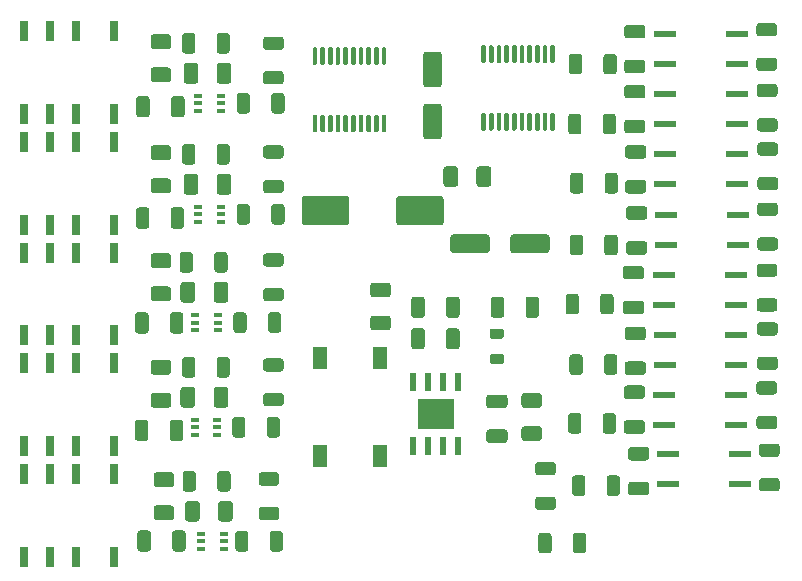
<source format=gbr>
G04 #@! TF.GenerationSoftware,KiCad,Pcbnew,(5.1.9)-1*
G04 #@! TF.CreationDate,2021-06-05T11:28:23-05:00*
G04 #@! TF.ProjectId,RASPBERRY 4 PI HAT,52415350-4245-4525-9259-203420504920,rev?*
G04 #@! TF.SameCoordinates,Original*
G04 #@! TF.FileFunction,Paste,Top*
G04 #@! TF.FilePolarity,Positive*
%FSLAX46Y46*%
G04 Gerber Fmt 4.6, Leading zero omitted, Abs format (unit mm)*
G04 Created by KiCad (PCBNEW (5.1.9)-1) date 2021-06-05 11:28:23*
%MOMM*%
%LPD*%
G01*
G04 APERTURE LIST*
%ADD10R,0.800000X1.800000*%
%ADD11R,0.650000X0.400000*%
%ADD12R,1.200000X1.900000*%
%ADD13R,3.100000X2.600000*%
%ADD14R,0.600000X1.550000*%
%ADD15R,1.930000X0.590000*%
G04 APERTURE END LIST*
G36*
G01*
X146495000Y-104085000D02*
X147745000Y-104085000D01*
G75*
G02*
X147995000Y-104335000I0J-250000D01*
G01*
X147995000Y-105085000D01*
G75*
G02*
X147745000Y-105335000I-250000J0D01*
G01*
X146495000Y-105335000D01*
G75*
G02*
X146245000Y-105085000I0J250000D01*
G01*
X146245000Y-104335000D01*
G75*
G02*
X146495000Y-104085000I250000J0D01*
G01*
G37*
G36*
G01*
X146495000Y-101285000D02*
X147745000Y-101285000D01*
G75*
G02*
X147995000Y-101535000I0J-250000D01*
G01*
X147995000Y-102285000D01*
G75*
G02*
X147745000Y-102535000I-250000J0D01*
G01*
X146495000Y-102535000D01*
G75*
G02*
X146245000Y-102285000I0J250000D01*
G01*
X146245000Y-101535000D01*
G75*
G02*
X146495000Y-101285000I250000J0D01*
G01*
G37*
D10*
X124540000Y-98740000D03*
X121340000Y-98740000D03*
X119140000Y-98740000D03*
X116940000Y-98740000D03*
X116940000Y-105740000D03*
X119140000Y-105740000D03*
X121340000Y-105740000D03*
X124540000Y-105740000D03*
G36*
G01*
X129480000Y-123810001D02*
X129480000Y-122509999D01*
G75*
G02*
X129729999Y-122260000I249999J0D01*
G01*
X130380001Y-122260000D01*
G75*
G02*
X130630000Y-122509999I0J-249999D01*
G01*
X130630000Y-123810001D01*
G75*
G02*
X130380001Y-124060000I-249999J0D01*
G01*
X129729999Y-124060000D01*
G75*
G02*
X129480000Y-123810001I0J249999D01*
G01*
G37*
G36*
G01*
X126530000Y-123810001D02*
X126530000Y-122509999D01*
G75*
G02*
X126779999Y-122260000I249999J0D01*
G01*
X127430001Y-122260000D01*
G75*
G02*
X127680000Y-122509999I0J-249999D01*
G01*
X127680000Y-123810001D01*
G75*
G02*
X127430001Y-124060000I-249999J0D01*
G01*
X126779999Y-124060000D01*
G75*
G02*
X126530000Y-123810001I0J249999D01*
G01*
G37*
G36*
G01*
X129280000Y-105350001D02*
X129280000Y-104049999D01*
G75*
G02*
X129529999Y-103800000I249999J0D01*
G01*
X130180001Y-103800000D01*
G75*
G02*
X130430000Y-104049999I0J-249999D01*
G01*
X130430000Y-105350001D01*
G75*
G02*
X130180001Y-105600000I-249999J0D01*
G01*
X129529999Y-105600000D01*
G75*
G02*
X129280000Y-105350001I0J249999D01*
G01*
G37*
G36*
G01*
X126330000Y-105350001D02*
X126330000Y-104049999D01*
G75*
G02*
X126579999Y-103800000I249999J0D01*
G01*
X127230001Y-103800000D01*
G75*
G02*
X127480000Y-104049999I0J-249999D01*
G01*
X127480000Y-105350001D01*
G75*
G02*
X127230001Y-105600000I-249999J0D01*
G01*
X126579999Y-105600000D01*
G75*
G02*
X126330000Y-105350001I0J249999D01*
G01*
G37*
G36*
G01*
X129380000Y-87050001D02*
X129380000Y-85749999D01*
G75*
G02*
X129629999Y-85500000I249999J0D01*
G01*
X130280001Y-85500000D01*
G75*
G02*
X130530000Y-85749999I0J-249999D01*
G01*
X130530000Y-87050001D01*
G75*
G02*
X130280001Y-87300000I-249999J0D01*
G01*
X129629999Y-87300000D01*
G75*
G02*
X129380000Y-87050001I0J249999D01*
G01*
G37*
G36*
G01*
X126430000Y-87050001D02*
X126430000Y-85749999D01*
G75*
G02*
X126679999Y-85500000I249999J0D01*
G01*
X127330001Y-85500000D01*
G75*
G02*
X127580000Y-85749999I0J-249999D01*
G01*
X127580000Y-87050001D01*
G75*
G02*
X127330001Y-87300000I-249999J0D01*
G01*
X126679999Y-87300000D01*
G75*
G02*
X126430000Y-87050001I0J249999D01*
G01*
G37*
G36*
G01*
X129350000Y-96470001D02*
X129350000Y-95169999D01*
G75*
G02*
X129599999Y-94920000I249999J0D01*
G01*
X130250001Y-94920000D01*
G75*
G02*
X130500000Y-95169999I0J-249999D01*
G01*
X130500000Y-96470001D01*
G75*
G02*
X130250001Y-96720000I-249999J0D01*
G01*
X129599999Y-96720000D01*
G75*
G02*
X129350000Y-96470001I0J249999D01*
G01*
G37*
G36*
G01*
X126400000Y-96470001D02*
X126400000Y-95169999D01*
G75*
G02*
X126649999Y-94920000I249999J0D01*
G01*
X127300001Y-94920000D01*
G75*
G02*
X127550000Y-95169999I0J-249999D01*
G01*
X127550000Y-96470001D01*
G75*
G02*
X127300001Y-96720000I-249999J0D01*
G01*
X126649999Y-96720000D01*
G75*
G02*
X126400000Y-96470001I0J249999D01*
G01*
G37*
G36*
G01*
X129270000Y-114450001D02*
X129270000Y-113149999D01*
G75*
G02*
X129519999Y-112900000I249999J0D01*
G01*
X130170001Y-112900000D01*
G75*
G02*
X130420000Y-113149999I0J-249999D01*
G01*
X130420000Y-114450001D01*
G75*
G02*
X130170001Y-114700000I-249999J0D01*
G01*
X129519999Y-114700000D01*
G75*
G02*
X129270000Y-114450001I0J249999D01*
G01*
G37*
G36*
G01*
X126320000Y-114450001D02*
X126320000Y-113149999D01*
G75*
G02*
X126569999Y-112900000I249999J0D01*
G01*
X127220001Y-112900000D01*
G75*
G02*
X127470000Y-113149999I0J-249999D01*
G01*
X127470000Y-114450001D01*
G75*
G02*
X127220001Y-114700000I-249999J0D01*
G01*
X126569999Y-114700000D01*
G75*
G02*
X126320000Y-114450001I0J249999D01*
G01*
G37*
G36*
G01*
X148460000Y-96190000D02*
X148460000Y-94190000D01*
G75*
G02*
X148710000Y-93940000I250000J0D01*
G01*
X152210000Y-93940000D01*
G75*
G02*
X152460000Y-94190000I0J-250000D01*
G01*
X152460000Y-96190000D01*
G75*
G02*
X152210000Y-96440000I-250000J0D01*
G01*
X148710000Y-96440000D01*
G75*
G02*
X148460000Y-96190000I0J250000D01*
G01*
G37*
G36*
G01*
X140460000Y-96190000D02*
X140460000Y-94190000D01*
G75*
G02*
X140710000Y-93940000I250000J0D01*
G01*
X144210000Y-93940000D01*
G75*
G02*
X144460000Y-94190000I0J-250000D01*
G01*
X144460000Y-96190000D01*
G75*
G02*
X144210000Y-96440000I-250000J0D01*
G01*
X140710000Y-96440000D01*
G75*
G02*
X140460000Y-96190000I0J250000D01*
G01*
G37*
G36*
G01*
X158105000Y-98550000D02*
X158105000Y-97450000D01*
G75*
G02*
X158355000Y-97200000I250000J0D01*
G01*
X161180000Y-97200000D01*
G75*
G02*
X161430000Y-97450000I0J-250000D01*
G01*
X161430000Y-98550000D01*
G75*
G02*
X161180000Y-98800000I-250000J0D01*
G01*
X158355000Y-98800000D01*
G75*
G02*
X158105000Y-98550000I0J250000D01*
G01*
G37*
G36*
G01*
X153030000Y-98550000D02*
X153030000Y-97450000D01*
G75*
G02*
X153280000Y-97200000I250000J0D01*
G01*
X156105000Y-97200000D01*
G75*
G02*
X156355000Y-97450000I0J-250000D01*
G01*
X156355000Y-98550000D01*
G75*
G02*
X156105000Y-98800000I-250000J0D01*
G01*
X153280000Y-98800000D01*
G75*
G02*
X153030000Y-98550000I0J250000D01*
G01*
G37*
G36*
G01*
X166072500Y-98725003D02*
X166072500Y-97474997D01*
G75*
G02*
X166322497Y-97225000I249997J0D01*
G01*
X166947503Y-97225000D01*
G75*
G02*
X167197500Y-97474997I0J-249997D01*
G01*
X167197500Y-98725003D01*
G75*
G02*
X166947503Y-98975000I-249997J0D01*
G01*
X166322497Y-98975000D01*
G75*
G02*
X166072500Y-98725003I0J249997D01*
G01*
G37*
G36*
G01*
X163147500Y-98725003D02*
X163147500Y-97474997D01*
G75*
G02*
X163397497Y-97225000I249997J0D01*
G01*
X164022503Y-97225000D01*
G75*
G02*
X164272500Y-97474997I0J-249997D01*
G01*
X164272500Y-98725003D01*
G75*
G02*
X164022503Y-98975000I-249997J0D01*
G01*
X163397497Y-98975000D01*
G75*
G02*
X163147500Y-98725003I0J249997D01*
G01*
G37*
G36*
G01*
X147315000Y-87095000D02*
X147515000Y-87095000D01*
G75*
G02*
X147615000Y-87195000I0J-100000D01*
G01*
X147615000Y-88470000D01*
G75*
G02*
X147515000Y-88570000I-100000J0D01*
G01*
X147315000Y-88570000D01*
G75*
G02*
X147215000Y-88470000I0J100000D01*
G01*
X147215000Y-87195000D01*
G75*
G02*
X147315000Y-87095000I100000J0D01*
G01*
G37*
G36*
G01*
X146665000Y-87095000D02*
X146865000Y-87095000D01*
G75*
G02*
X146965000Y-87195000I0J-100000D01*
G01*
X146965000Y-88470000D01*
G75*
G02*
X146865000Y-88570000I-100000J0D01*
G01*
X146665000Y-88570000D01*
G75*
G02*
X146565000Y-88470000I0J100000D01*
G01*
X146565000Y-87195000D01*
G75*
G02*
X146665000Y-87095000I100000J0D01*
G01*
G37*
G36*
G01*
X146015000Y-87095000D02*
X146215000Y-87095000D01*
G75*
G02*
X146315000Y-87195000I0J-100000D01*
G01*
X146315000Y-88470000D01*
G75*
G02*
X146215000Y-88570000I-100000J0D01*
G01*
X146015000Y-88570000D01*
G75*
G02*
X145915000Y-88470000I0J100000D01*
G01*
X145915000Y-87195000D01*
G75*
G02*
X146015000Y-87095000I100000J0D01*
G01*
G37*
G36*
G01*
X145365000Y-87095000D02*
X145565000Y-87095000D01*
G75*
G02*
X145665000Y-87195000I0J-100000D01*
G01*
X145665000Y-88470000D01*
G75*
G02*
X145565000Y-88570000I-100000J0D01*
G01*
X145365000Y-88570000D01*
G75*
G02*
X145265000Y-88470000I0J100000D01*
G01*
X145265000Y-87195000D01*
G75*
G02*
X145365000Y-87095000I100000J0D01*
G01*
G37*
G36*
G01*
X144715000Y-87095000D02*
X144915000Y-87095000D01*
G75*
G02*
X145015000Y-87195000I0J-100000D01*
G01*
X145015000Y-88470000D01*
G75*
G02*
X144915000Y-88570000I-100000J0D01*
G01*
X144715000Y-88570000D01*
G75*
G02*
X144615000Y-88470000I0J100000D01*
G01*
X144615000Y-87195000D01*
G75*
G02*
X144715000Y-87095000I100000J0D01*
G01*
G37*
G36*
G01*
X144065000Y-87095000D02*
X144265000Y-87095000D01*
G75*
G02*
X144365000Y-87195000I0J-100000D01*
G01*
X144365000Y-88470000D01*
G75*
G02*
X144265000Y-88570000I-100000J0D01*
G01*
X144065000Y-88570000D01*
G75*
G02*
X143965000Y-88470000I0J100000D01*
G01*
X143965000Y-87195000D01*
G75*
G02*
X144065000Y-87095000I100000J0D01*
G01*
G37*
G36*
G01*
X143415000Y-87095000D02*
X143615000Y-87095000D01*
G75*
G02*
X143715000Y-87195000I0J-100000D01*
G01*
X143715000Y-88470000D01*
G75*
G02*
X143615000Y-88570000I-100000J0D01*
G01*
X143415000Y-88570000D01*
G75*
G02*
X143315000Y-88470000I0J100000D01*
G01*
X143315000Y-87195000D01*
G75*
G02*
X143415000Y-87095000I100000J0D01*
G01*
G37*
G36*
G01*
X142765000Y-87095000D02*
X142965000Y-87095000D01*
G75*
G02*
X143065000Y-87195000I0J-100000D01*
G01*
X143065000Y-88470000D01*
G75*
G02*
X142965000Y-88570000I-100000J0D01*
G01*
X142765000Y-88570000D01*
G75*
G02*
X142665000Y-88470000I0J100000D01*
G01*
X142665000Y-87195000D01*
G75*
G02*
X142765000Y-87095000I100000J0D01*
G01*
G37*
G36*
G01*
X142115000Y-87095000D02*
X142315000Y-87095000D01*
G75*
G02*
X142415000Y-87195000I0J-100000D01*
G01*
X142415000Y-88470000D01*
G75*
G02*
X142315000Y-88570000I-100000J0D01*
G01*
X142115000Y-88570000D01*
G75*
G02*
X142015000Y-88470000I0J100000D01*
G01*
X142015000Y-87195000D01*
G75*
G02*
X142115000Y-87095000I100000J0D01*
G01*
G37*
G36*
G01*
X141465000Y-87095000D02*
X141665000Y-87095000D01*
G75*
G02*
X141765000Y-87195000I0J-100000D01*
G01*
X141765000Y-88470000D01*
G75*
G02*
X141665000Y-88570000I-100000J0D01*
G01*
X141465000Y-88570000D01*
G75*
G02*
X141365000Y-88470000I0J100000D01*
G01*
X141365000Y-87195000D01*
G75*
G02*
X141465000Y-87095000I100000J0D01*
G01*
G37*
G36*
G01*
X141465000Y-81370000D02*
X141665000Y-81370000D01*
G75*
G02*
X141765000Y-81470000I0J-100000D01*
G01*
X141765000Y-82745000D01*
G75*
G02*
X141665000Y-82845000I-100000J0D01*
G01*
X141465000Y-82845000D01*
G75*
G02*
X141365000Y-82745000I0J100000D01*
G01*
X141365000Y-81470000D01*
G75*
G02*
X141465000Y-81370000I100000J0D01*
G01*
G37*
G36*
G01*
X142115000Y-81370000D02*
X142315000Y-81370000D01*
G75*
G02*
X142415000Y-81470000I0J-100000D01*
G01*
X142415000Y-82745000D01*
G75*
G02*
X142315000Y-82845000I-100000J0D01*
G01*
X142115000Y-82845000D01*
G75*
G02*
X142015000Y-82745000I0J100000D01*
G01*
X142015000Y-81470000D01*
G75*
G02*
X142115000Y-81370000I100000J0D01*
G01*
G37*
G36*
G01*
X142765000Y-81370000D02*
X142965000Y-81370000D01*
G75*
G02*
X143065000Y-81470000I0J-100000D01*
G01*
X143065000Y-82745000D01*
G75*
G02*
X142965000Y-82845000I-100000J0D01*
G01*
X142765000Y-82845000D01*
G75*
G02*
X142665000Y-82745000I0J100000D01*
G01*
X142665000Y-81470000D01*
G75*
G02*
X142765000Y-81370000I100000J0D01*
G01*
G37*
G36*
G01*
X143415000Y-81370000D02*
X143615000Y-81370000D01*
G75*
G02*
X143715000Y-81470000I0J-100000D01*
G01*
X143715000Y-82745000D01*
G75*
G02*
X143615000Y-82845000I-100000J0D01*
G01*
X143415000Y-82845000D01*
G75*
G02*
X143315000Y-82745000I0J100000D01*
G01*
X143315000Y-81470000D01*
G75*
G02*
X143415000Y-81370000I100000J0D01*
G01*
G37*
G36*
G01*
X144065000Y-81370000D02*
X144265000Y-81370000D01*
G75*
G02*
X144365000Y-81470000I0J-100000D01*
G01*
X144365000Y-82745000D01*
G75*
G02*
X144265000Y-82845000I-100000J0D01*
G01*
X144065000Y-82845000D01*
G75*
G02*
X143965000Y-82745000I0J100000D01*
G01*
X143965000Y-81470000D01*
G75*
G02*
X144065000Y-81370000I100000J0D01*
G01*
G37*
G36*
G01*
X144715000Y-81370000D02*
X144915000Y-81370000D01*
G75*
G02*
X145015000Y-81470000I0J-100000D01*
G01*
X145015000Y-82745000D01*
G75*
G02*
X144915000Y-82845000I-100000J0D01*
G01*
X144715000Y-82845000D01*
G75*
G02*
X144615000Y-82745000I0J100000D01*
G01*
X144615000Y-81470000D01*
G75*
G02*
X144715000Y-81370000I100000J0D01*
G01*
G37*
G36*
G01*
X145365000Y-81370000D02*
X145565000Y-81370000D01*
G75*
G02*
X145665000Y-81470000I0J-100000D01*
G01*
X145665000Y-82745000D01*
G75*
G02*
X145565000Y-82845000I-100000J0D01*
G01*
X145365000Y-82845000D01*
G75*
G02*
X145265000Y-82745000I0J100000D01*
G01*
X145265000Y-81470000D01*
G75*
G02*
X145365000Y-81370000I100000J0D01*
G01*
G37*
G36*
G01*
X146015000Y-81370000D02*
X146215000Y-81370000D01*
G75*
G02*
X146315000Y-81470000I0J-100000D01*
G01*
X146315000Y-82745000D01*
G75*
G02*
X146215000Y-82845000I-100000J0D01*
G01*
X146015000Y-82845000D01*
G75*
G02*
X145915000Y-82745000I0J100000D01*
G01*
X145915000Y-81470000D01*
G75*
G02*
X146015000Y-81370000I100000J0D01*
G01*
G37*
G36*
G01*
X146665000Y-81370000D02*
X146865000Y-81370000D01*
G75*
G02*
X146965000Y-81470000I0J-100000D01*
G01*
X146965000Y-82745000D01*
G75*
G02*
X146865000Y-82845000I-100000J0D01*
G01*
X146665000Y-82845000D01*
G75*
G02*
X146565000Y-82745000I0J100000D01*
G01*
X146565000Y-81470000D01*
G75*
G02*
X146665000Y-81370000I100000J0D01*
G01*
G37*
G36*
G01*
X147315000Y-81370000D02*
X147515000Y-81370000D01*
G75*
G02*
X147615000Y-81470000I0J-100000D01*
G01*
X147615000Y-82745000D01*
G75*
G02*
X147515000Y-82845000I-100000J0D01*
G01*
X147315000Y-82845000D01*
G75*
G02*
X147215000Y-82745000I0J100000D01*
G01*
X147215000Y-81470000D01*
G75*
G02*
X147315000Y-81370000I100000J0D01*
G01*
G37*
G36*
G01*
X161595000Y-86935000D02*
X161795000Y-86935000D01*
G75*
G02*
X161895000Y-87035000I0J-100000D01*
G01*
X161895000Y-88310000D01*
G75*
G02*
X161795000Y-88410000I-100000J0D01*
G01*
X161595000Y-88410000D01*
G75*
G02*
X161495000Y-88310000I0J100000D01*
G01*
X161495000Y-87035000D01*
G75*
G02*
X161595000Y-86935000I100000J0D01*
G01*
G37*
G36*
G01*
X160945000Y-86935000D02*
X161145000Y-86935000D01*
G75*
G02*
X161245000Y-87035000I0J-100000D01*
G01*
X161245000Y-88310000D01*
G75*
G02*
X161145000Y-88410000I-100000J0D01*
G01*
X160945000Y-88410000D01*
G75*
G02*
X160845000Y-88310000I0J100000D01*
G01*
X160845000Y-87035000D01*
G75*
G02*
X160945000Y-86935000I100000J0D01*
G01*
G37*
G36*
G01*
X160295000Y-86935000D02*
X160495000Y-86935000D01*
G75*
G02*
X160595000Y-87035000I0J-100000D01*
G01*
X160595000Y-88310000D01*
G75*
G02*
X160495000Y-88410000I-100000J0D01*
G01*
X160295000Y-88410000D01*
G75*
G02*
X160195000Y-88310000I0J100000D01*
G01*
X160195000Y-87035000D01*
G75*
G02*
X160295000Y-86935000I100000J0D01*
G01*
G37*
G36*
G01*
X159645000Y-86935000D02*
X159845000Y-86935000D01*
G75*
G02*
X159945000Y-87035000I0J-100000D01*
G01*
X159945000Y-88310000D01*
G75*
G02*
X159845000Y-88410000I-100000J0D01*
G01*
X159645000Y-88410000D01*
G75*
G02*
X159545000Y-88310000I0J100000D01*
G01*
X159545000Y-87035000D01*
G75*
G02*
X159645000Y-86935000I100000J0D01*
G01*
G37*
G36*
G01*
X158995000Y-86935000D02*
X159195000Y-86935000D01*
G75*
G02*
X159295000Y-87035000I0J-100000D01*
G01*
X159295000Y-88310000D01*
G75*
G02*
X159195000Y-88410000I-100000J0D01*
G01*
X158995000Y-88410000D01*
G75*
G02*
X158895000Y-88310000I0J100000D01*
G01*
X158895000Y-87035000D01*
G75*
G02*
X158995000Y-86935000I100000J0D01*
G01*
G37*
G36*
G01*
X158345000Y-86935000D02*
X158545000Y-86935000D01*
G75*
G02*
X158645000Y-87035000I0J-100000D01*
G01*
X158645000Y-88310000D01*
G75*
G02*
X158545000Y-88410000I-100000J0D01*
G01*
X158345000Y-88410000D01*
G75*
G02*
X158245000Y-88310000I0J100000D01*
G01*
X158245000Y-87035000D01*
G75*
G02*
X158345000Y-86935000I100000J0D01*
G01*
G37*
G36*
G01*
X157695000Y-86935000D02*
X157895000Y-86935000D01*
G75*
G02*
X157995000Y-87035000I0J-100000D01*
G01*
X157995000Y-88310000D01*
G75*
G02*
X157895000Y-88410000I-100000J0D01*
G01*
X157695000Y-88410000D01*
G75*
G02*
X157595000Y-88310000I0J100000D01*
G01*
X157595000Y-87035000D01*
G75*
G02*
X157695000Y-86935000I100000J0D01*
G01*
G37*
G36*
G01*
X157045000Y-86935000D02*
X157245000Y-86935000D01*
G75*
G02*
X157345000Y-87035000I0J-100000D01*
G01*
X157345000Y-88310000D01*
G75*
G02*
X157245000Y-88410000I-100000J0D01*
G01*
X157045000Y-88410000D01*
G75*
G02*
X156945000Y-88310000I0J100000D01*
G01*
X156945000Y-87035000D01*
G75*
G02*
X157045000Y-86935000I100000J0D01*
G01*
G37*
G36*
G01*
X156395000Y-86935000D02*
X156595000Y-86935000D01*
G75*
G02*
X156695000Y-87035000I0J-100000D01*
G01*
X156695000Y-88310000D01*
G75*
G02*
X156595000Y-88410000I-100000J0D01*
G01*
X156395000Y-88410000D01*
G75*
G02*
X156295000Y-88310000I0J100000D01*
G01*
X156295000Y-87035000D01*
G75*
G02*
X156395000Y-86935000I100000J0D01*
G01*
G37*
G36*
G01*
X155745000Y-86935000D02*
X155945000Y-86935000D01*
G75*
G02*
X156045000Y-87035000I0J-100000D01*
G01*
X156045000Y-88310000D01*
G75*
G02*
X155945000Y-88410000I-100000J0D01*
G01*
X155745000Y-88410000D01*
G75*
G02*
X155645000Y-88310000I0J100000D01*
G01*
X155645000Y-87035000D01*
G75*
G02*
X155745000Y-86935000I100000J0D01*
G01*
G37*
G36*
G01*
X155745000Y-81210000D02*
X155945000Y-81210000D01*
G75*
G02*
X156045000Y-81310000I0J-100000D01*
G01*
X156045000Y-82585000D01*
G75*
G02*
X155945000Y-82685000I-100000J0D01*
G01*
X155745000Y-82685000D01*
G75*
G02*
X155645000Y-82585000I0J100000D01*
G01*
X155645000Y-81310000D01*
G75*
G02*
X155745000Y-81210000I100000J0D01*
G01*
G37*
G36*
G01*
X156395000Y-81210000D02*
X156595000Y-81210000D01*
G75*
G02*
X156695000Y-81310000I0J-100000D01*
G01*
X156695000Y-82585000D01*
G75*
G02*
X156595000Y-82685000I-100000J0D01*
G01*
X156395000Y-82685000D01*
G75*
G02*
X156295000Y-82585000I0J100000D01*
G01*
X156295000Y-81310000D01*
G75*
G02*
X156395000Y-81210000I100000J0D01*
G01*
G37*
G36*
G01*
X157045000Y-81210000D02*
X157245000Y-81210000D01*
G75*
G02*
X157345000Y-81310000I0J-100000D01*
G01*
X157345000Y-82585000D01*
G75*
G02*
X157245000Y-82685000I-100000J0D01*
G01*
X157045000Y-82685000D01*
G75*
G02*
X156945000Y-82585000I0J100000D01*
G01*
X156945000Y-81310000D01*
G75*
G02*
X157045000Y-81210000I100000J0D01*
G01*
G37*
G36*
G01*
X157695000Y-81210000D02*
X157895000Y-81210000D01*
G75*
G02*
X157995000Y-81310000I0J-100000D01*
G01*
X157995000Y-82585000D01*
G75*
G02*
X157895000Y-82685000I-100000J0D01*
G01*
X157695000Y-82685000D01*
G75*
G02*
X157595000Y-82585000I0J100000D01*
G01*
X157595000Y-81310000D01*
G75*
G02*
X157695000Y-81210000I100000J0D01*
G01*
G37*
G36*
G01*
X158345000Y-81210000D02*
X158545000Y-81210000D01*
G75*
G02*
X158645000Y-81310000I0J-100000D01*
G01*
X158645000Y-82585000D01*
G75*
G02*
X158545000Y-82685000I-100000J0D01*
G01*
X158345000Y-82685000D01*
G75*
G02*
X158245000Y-82585000I0J100000D01*
G01*
X158245000Y-81310000D01*
G75*
G02*
X158345000Y-81210000I100000J0D01*
G01*
G37*
G36*
G01*
X158995000Y-81210000D02*
X159195000Y-81210000D01*
G75*
G02*
X159295000Y-81310000I0J-100000D01*
G01*
X159295000Y-82585000D01*
G75*
G02*
X159195000Y-82685000I-100000J0D01*
G01*
X158995000Y-82685000D01*
G75*
G02*
X158895000Y-82585000I0J100000D01*
G01*
X158895000Y-81310000D01*
G75*
G02*
X158995000Y-81210000I100000J0D01*
G01*
G37*
G36*
G01*
X159645000Y-81210000D02*
X159845000Y-81210000D01*
G75*
G02*
X159945000Y-81310000I0J-100000D01*
G01*
X159945000Y-82585000D01*
G75*
G02*
X159845000Y-82685000I-100000J0D01*
G01*
X159645000Y-82685000D01*
G75*
G02*
X159545000Y-82585000I0J100000D01*
G01*
X159545000Y-81310000D01*
G75*
G02*
X159645000Y-81210000I100000J0D01*
G01*
G37*
G36*
G01*
X160295000Y-81210000D02*
X160495000Y-81210000D01*
G75*
G02*
X160595000Y-81310000I0J-100000D01*
G01*
X160595000Y-82585000D01*
G75*
G02*
X160495000Y-82685000I-100000J0D01*
G01*
X160295000Y-82685000D01*
G75*
G02*
X160195000Y-82585000I0J100000D01*
G01*
X160195000Y-81310000D01*
G75*
G02*
X160295000Y-81210000I100000J0D01*
G01*
G37*
G36*
G01*
X160945000Y-81210000D02*
X161145000Y-81210000D01*
G75*
G02*
X161245000Y-81310000I0J-100000D01*
G01*
X161245000Y-82585000D01*
G75*
G02*
X161145000Y-82685000I-100000J0D01*
G01*
X160945000Y-82685000D01*
G75*
G02*
X160845000Y-82585000I0J100000D01*
G01*
X160845000Y-81310000D01*
G75*
G02*
X160945000Y-81210000I100000J0D01*
G01*
G37*
G36*
G01*
X161595000Y-81210000D02*
X161795000Y-81210000D01*
G75*
G02*
X161895000Y-81310000I0J-100000D01*
G01*
X161895000Y-82585000D01*
G75*
G02*
X161795000Y-82685000I-100000J0D01*
G01*
X161595000Y-82685000D01*
G75*
G02*
X161495000Y-82585000I0J100000D01*
G01*
X161495000Y-81310000D01*
G75*
G02*
X161595000Y-81210000I100000J0D01*
G01*
G37*
X124560000Y-117480000D03*
X121360000Y-117480000D03*
X119160000Y-117480000D03*
X116960000Y-117480000D03*
X116960000Y-124480000D03*
X119160000Y-124480000D03*
X121360000Y-124480000D03*
X124560000Y-124480000D03*
X124560000Y-108100000D03*
X121360000Y-108100000D03*
X119160000Y-108100000D03*
X116960000Y-108100000D03*
X116960000Y-115100000D03*
X119160000Y-115100000D03*
X121360000Y-115100000D03*
X124560000Y-115100000D03*
X124530000Y-89390000D03*
X121330000Y-89390000D03*
X119130000Y-89390000D03*
X116930000Y-89390000D03*
X116930000Y-96390000D03*
X119130000Y-96390000D03*
X121330000Y-96390000D03*
X124530000Y-96390000D03*
X124520000Y-80010000D03*
X121320000Y-80010000D03*
X119120000Y-80010000D03*
X116920000Y-80010000D03*
X116920000Y-87010000D03*
X119120000Y-87010000D03*
X121320000Y-87010000D03*
X124520000Y-87010000D03*
G36*
G01*
X152070000Y-84750000D02*
X150970000Y-84750000D01*
G75*
G02*
X150720000Y-84500000I0J250000D01*
G01*
X150720000Y-82000000D01*
G75*
G02*
X150970000Y-81750000I250000J0D01*
G01*
X152070000Y-81750000D01*
G75*
G02*
X152320000Y-82000000I0J-250000D01*
G01*
X152320000Y-84500000D01*
G75*
G02*
X152070000Y-84750000I-250000J0D01*
G01*
G37*
G36*
G01*
X152070000Y-89150000D02*
X150970000Y-89150000D01*
G75*
G02*
X150720000Y-88900000I0J250000D01*
G01*
X150720000Y-86400000D01*
G75*
G02*
X150970000Y-86150000I250000J0D01*
G01*
X152070000Y-86150000D01*
G75*
G02*
X152320000Y-86400000I0J-250000D01*
G01*
X152320000Y-88900000D01*
G75*
G02*
X152070000Y-89150000I-250000J0D01*
G01*
G37*
G36*
G01*
X135782500Y-104044997D02*
X135782500Y-105295003D01*
G75*
G02*
X135532503Y-105545000I-249997J0D01*
G01*
X134907497Y-105545000D01*
G75*
G02*
X134657500Y-105295003I0J249997D01*
G01*
X134657500Y-104044997D01*
G75*
G02*
X134907497Y-103795000I249997J0D01*
G01*
X135532503Y-103795000D01*
G75*
G02*
X135782500Y-104044997I0J-249997D01*
G01*
G37*
G36*
G01*
X138707500Y-104044997D02*
X138707500Y-105295003D01*
G75*
G02*
X138457503Y-105545000I-249997J0D01*
G01*
X137832497Y-105545000D01*
G75*
G02*
X137582500Y-105295003I0J249997D01*
G01*
X137582500Y-104044997D01*
G75*
G02*
X137832497Y-103795000I249997J0D01*
G01*
X138457503Y-103795000D01*
G75*
G02*
X138707500Y-104044997I0J-249997D01*
G01*
G37*
D11*
X131420000Y-105340000D03*
X131420000Y-104040000D03*
X133320000Y-104690000D03*
X131420000Y-104690000D03*
X133320000Y-104040000D03*
X133320000Y-105340000D03*
D12*
X141986000Y-107696000D03*
X147086000Y-107696000D03*
X141986000Y-115946000D03*
X147086000Y-115946000D03*
G36*
G01*
X169298001Y-80620000D02*
X167997999Y-80620000D01*
G75*
G02*
X167748000Y-80370001I0J249999D01*
G01*
X167748000Y-79719999D01*
G75*
G02*
X167997999Y-79470000I249999J0D01*
G01*
X169298001Y-79470000D01*
G75*
G02*
X169548000Y-79719999I0J-249999D01*
G01*
X169548000Y-80370001D01*
G75*
G02*
X169298001Y-80620000I-249999J0D01*
G01*
G37*
G36*
G01*
X169298001Y-83570000D02*
X167997999Y-83570000D01*
G75*
G02*
X167748000Y-83320001I0J249999D01*
G01*
X167748000Y-82669999D01*
G75*
G02*
X167997999Y-82420000I249999J0D01*
G01*
X169298001Y-82420000D01*
G75*
G02*
X169548000Y-82669999I0J-249999D01*
G01*
X169548000Y-83320001D01*
G75*
G02*
X169298001Y-83570000I-249999J0D01*
G01*
G37*
G36*
G01*
X169298001Y-88650000D02*
X167997999Y-88650000D01*
G75*
G02*
X167748000Y-88400001I0J249999D01*
G01*
X167748000Y-87749999D01*
G75*
G02*
X167997999Y-87500000I249999J0D01*
G01*
X169298001Y-87500000D01*
G75*
G02*
X169548000Y-87749999I0J-249999D01*
G01*
X169548000Y-88400001D01*
G75*
G02*
X169298001Y-88650000I-249999J0D01*
G01*
G37*
G36*
G01*
X169298001Y-85700000D02*
X167997999Y-85700000D01*
G75*
G02*
X167748000Y-85450001I0J249999D01*
G01*
X167748000Y-84799999D01*
G75*
G02*
X167997999Y-84550000I249999J0D01*
G01*
X169298001Y-84550000D01*
G75*
G02*
X169548000Y-84799999I0J-249999D01*
G01*
X169548000Y-85450001D01*
G75*
G02*
X169298001Y-85700000I-249999J0D01*
G01*
G37*
G36*
G01*
X169370001Y-90795000D02*
X168069999Y-90795000D01*
G75*
G02*
X167820000Y-90545001I0J249999D01*
G01*
X167820000Y-89894999D01*
G75*
G02*
X168069999Y-89645000I249999J0D01*
G01*
X169370001Y-89645000D01*
G75*
G02*
X169620000Y-89894999I0J-249999D01*
G01*
X169620000Y-90545001D01*
G75*
G02*
X169370001Y-90795000I-249999J0D01*
G01*
G37*
G36*
G01*
X169370001Y-93745000D02*
X168069999Y-93745000D01*
G75*
G02*
X167820000Y-93495001I0J249999D01*
G01*
X167820000Y-92844999D01*
G75*
G02*
X168069999Y-92595000I249999J0D01*
G01*
X169370001Y-92595000D01*
G75*
G02*
X169620000Y-92844999I0J-249999D01*
G01*
X169620000Y-93495001D01*
G75*
G02*
X169370001Y-93745000I-249999J0D01*
G01*
G37*
G36*
G01*
X169450001Y-95975000D02*
X168149999Y-95975000D01*
G75*
G02*
X167900000Y-95725001I0J249999D01*
G01*
X167900000Y-95074999D01*
G75*
G02*
X168149999Y-94825000I249999J0D01*
G01*
X169450001Y-94825000D01*
G75*
G02*
X169700000Y-95074999I0J-249999D01*
G01*
X169700000Y-95725001D01*
G75*
G02*
X169450001Y-95975000I-249999J0D01*
G01*
G37*
G36*
G01*
X169450001Y-98925000D02*
X168149999Y-98925000D01*
G75*
G02*
X167900000Y-98675001I0J249999D01*
G01*
X167900000Y-98024999D01*
G75*
G02*
X168149999Y-97775000I249999J0D01*
G01*
X169450001Y-97775000D01*
G75*
G02*
X169700000Y-98024999I0J-249999D01*
G01*
X169700000Y-98675001D01*
G75*
G02*
X169450001Y-98925000I-249999J0D01*
G01*
G37*
G36*
G01*
X169180001Y-103975000D02*
X167879999Y-103975000D01*
G75*
G02*
X167630000Y-103725001I0J249999D01*
G01*
X167630000Y-103074999D01*
G75*
G02*
X167879999Y-102825000I249999J0D01*
G01*
X169180001Y-102825000D01*
G75*
G02*
X169430000Y-103074999I0J-249999D01*
G01*
X169430000Y-103725001D01*
G75*
G02*
X169180001Y-103975000I-249999J0D01*
G01*
G37*
G36*
G01*
X169180001Y-101025000D02*
X167879999Y-101025000D01*
G75*
G02*
X167630000Y-100775001I0J249999D01*
G01*
X167630000Y-100124999D01*
G75*
G02*
X167879999Y-99875000I249999J0D01*
G01*
X169180001Y-99875000D01*
G75*
G02*
X169430000Y-100124999I0J-249999D01*
G01*
X169430000Y-100775001D01*
G75*
G02*
X169180001Y-101025000I-249999J0D01*
G01*
G37*
G36*
G01*
X169340001Y-109115000D02*
X168039999Y-109115000D01*
G75*
G02*
X167790000Y-108865001I0J249999D01*
G01*
X167790000Y-108214999D01*
G75*
G02*
X168039999Y-107965000I249999J0D01*
G01*
X169340001Y-107965000D01*
G75*
G02*
X169590000Y-108214999I0J-249999D01*
G01*
X169590000Y-108865001D01*
G75*
G02*
X169340001Y-109115000I-249999J0D01*
G01*
G37*
G36*
G01*
X169340001Y-106165000D02*
X168039999Y-106165000D01*
G75*
G02*
X167790000Y-105915001I0J249999D01*
G01*
X167790000Y-105264999D01*
G75*
G02*
X168039999Y-105015000I249999J0D01*
G01*
X169340001Y-105015000D01*
G75*
G02*
X169590000Y-105264999I0J-249999D01*
G01*
X169590000Y-105915001D01*
G75*
G02*
X169340001Y-106165000I-249999J0D01*
G01*
G37*
G36*
G01*
X169260001Y-114095000D02*
X167959999Y-114095000D01*
G75*
G02*
X167710000Y-113845001I0J249999D01*
G01*
X167710000Y-113194999D01*
G75*
G02*
X167959999Y-112945000I249999J0D01*
G01*
X169260001Y-112945000D01*
G75*
G02*
X169510000Y-113194999I0J-249999D01*
G01*
X169510000Y-113845001D01*
G75*
G02*
X169260001Y-114095000I-249999J0D01*
G01*
G37*
G36*
G01*
X169260001Y-111145000D02*
X167959999Y-111145000D01*
G75*
G02*
X167710000Y-110895001I0J249999D01*
G01*
X167710000Y-110244999D01*
G75*
G02*
X167959999Y-109995000I249999J0D01*
G01*
X169260001Y-109995000D01*
G75*
G02*
X169510000Y-110244999I0J-249999D01*
G01*
X169510000Y-110895001D01*
G75*
G02*
X169260001Y-111145000I-249999J0D01*
G01*
G37*
G36*
G01*
X169620001Y-119305000D02*
X168319999Y-119305000D01*
G75*
G02*
X168070000Y-119055001I0J249999D01*
G01*
X168070000Y-118404999D01*
G75*
G02*
X168319999Y-118155000I249999J0D01*
G01*
X169620001Y-118155000D01*
G75*
G02*
X169870000Y-118404999I0J-249999D01*
G01*
X169870000Y-119055001D01*
G75*
G02*
X169620001Y-119305000I-249999J0D01*
G01*
G37*
G36*
G01*
X169620001Y-116355000D02*
X168319999Y-116355000D01*
G75*
G02*
X168070000Y-116105001I0J249999D01*
G01*
X168070000Y-115454999D01*
G75*
G02*
X168319999Y-115205000I249999J0D01*
G01*
X169620001Y-115205000D01*
G75*
G02*
X169870000Y-115454999I0J-249999D01*
G01*
X169870000Y-116105001D01*
G75*
G02*
X169620001Y-116355000I-249999J0D01*
G01*
G37*
G36*
G01*
X152665000Y-104028001D02*
X152665000Y-102727999D01*
G75*
G02*
X152914999Y-102478000I249999J0D01*
G01*
X153565001Y-102478000D01*
G75*
G02*
X153815000Y-102727999I0J-249999D01*
G01*
X153815000Y-104028001D01*
G75*
G02*
X153565001Y-104278000I-249999J0D01*
G01*
X152914999Y-104278000D01*
G75*
G02*
X152665000Y-104028001I0J249999D01*
G01*
G37*
G36*
G01*
X149715000Y-104028001D02*
X149715000Y-102727999D01*
G75*
G02*
X149964999Y-102478000I249999J0D01*
G01*
X150615001Y-102478000D01*
G75*
G02*
X150865000Y-102727999I0J-249999D01*
G01*
X150865000Y-104028001D01*
G75*
G02*
X150615001Y-104278000I-249999J0D01*
G01*
X149964999Y-104278000D01*
G75*
G02*
X149715000Y-104028001I0J249999D01*
G01*
G37*
G36*
G01*
X129149000Y-84321000D02*
X127899000Y-84321000D01*
G75*
G02*
X127649000Y-84071000I0J250000D01*
G01*
X127649000Y-83321000D01*
G75*
G02*
X127899000Y-83071000I250000J0D01*
G01*
X129149000Y-83071000D01*
G75*
G02*
X129399000Y-83321000I0J-250000D01*
G01*
X129399000Y-84071000D01*
G75*
G02*
X129149000Y-84321000I-250000J0D01*
G01*
G37*
G36*
G01*
X129149000Y-81521000D02*
X127899000Y-81521000D01*
G75*
G02*
X127649000Y-81271000I0J250000D01*
G01*
X127649000Y-80521000D01*
G75*
G02*
X127899000Y-80271000I250000J0D01*
G01*
X129149000Y-80271000D01*
G75*
G02*
X129399000Y-80521000I0J-250000D01*
G01*
X129399000Y-81271000D01*
G75*
G02*
X129149000Y-81521000I-250000J0D01*
G01*
G37*
G36*
G01*
X129149000Y-90919000D02*
X127899000Y-90919000D01*
G75*
G02*
X127649000Y-90669000I0J250000D01*
G01*
X127649000Y-89919000D01*
G75*
G02*
X127899000Y-89669000I250000J0D01*
G01*
X129149000Y-89669000D01*
G75*
G02*
X129399000Y-89919000I0J-250000D01*
G01*
X129399000Y-90669000D01*
G75*
G02*
X129149000Y-90919000I-250000J0D01*
G01*
G37*
G36*
G01*
X129149000Y-93719000D02*
X127899000Y-93719000D01*
G75*
G02*
X127649000Y-93469000I0J250000D01*
G01*
X127649000Y-92719000D01*
G75*
G02*
X127899000Y-92469000I250000J0D01*
G01*
X129149000Y-92469000D01*
G75*
G02*
X129399000Y-92719000I0J-250000D01*
G01*
X129399000Y-93469000D01*
G75*
G02*
X129149000Y-93719000I-250000J0D01*
G01*
G37*
G36*
G01*
X129149000Y-111883000D02*
X127899000Y-111883000D01*
G75*
G02*
X127649000Y-111633000I0J250000D01*
G01*
X127649000Y-110883000D01*
G75*
G02*
X127899000Y-110633000I250000J0D01*
G01*
X129149000Y-110633000D01*
G75*
G02*
X129399000Y-110883000I0J-250000D01*
G01*
X129399000Y-111633000D01*
G75*
G02*
X129149000Y-111883000I-250000J0D01*
G01*
G37*
G36*
G01*
X129149000Y-109083000D02*
X127899000Y-109083000D01*
G75*
G02*
X127649000Y-108833000I0J250000D01*
G01*
X127649000Y-108083000D01*
G75*
G02*
X127899000Y-107833000I250000J0D01*
G01*
X129149000Y-107833000D01*
G75*
G02*
X129399000Y-108083000I0J-250000D01*
G01*
X129399000Y-108833000D01*
G75*
G02*
X129149000Y-109083000I-250000J0D01*
G01*
G37*
G36*
G01*
X129403000Y-121405000D02*
X128153000Y-121405000D01*
G75*
G02*
X127903000Y-121155000I0J250000D01*
G01*
X127903000Y-120405000D01*
G75*
G02*
X128153000Y-120155000I250000J0D01*
G01*
X129403000Y-120155000D01*
G75*
G02*
X129653000Y-120405000I0J-250000D01*
G01*
X129653000Y-121155000D01*
G75*
G02*
X129403000Y-121405000I-250000J0D01*
G01*
G37*
G36*
G01*
X129403000Y-118605000D02*
X128153000Y-118605000D01*
G75*
G02*
X127903000Y-118355000I0J250000D01*
G01*
X127903000Y-117605000D01*
G75*
G02*
X128153000Y-117355000I250000J0D01*
G01*
X129403000Y-117355000D01*
G75*
G02*
X129653000Y-117605000I0J-250000D01*
G01*
X129653000Y-118355000D01*
G75*
G02*
X129403000Y-118605000I-250000J0D01*
G01*
G37*
G36*
G01*
X129149000Y-100063000D02*
X127899000Y-100063000D01*
G75*
G02*
X127649000Y-99813000I0J250000D01*
G01*
X127649000Y-99063000D01*
G75*
G02*
X127899000Y-98813000I250000J0D01*
G01*
X129149000Y-98813000D01*
G75*
G02*
X129399000Y-99063000I0J-250000D01*
G01*
X129399000Y-99813000D01*
G75*
G02*
X129149000Y-100063000I-250000J0D01*
G01*
G37*
G36*
G01*
X129149000Y-102863000D02*
X127899000Y-102863000D01*
G75*
G02*
X127649000Y-102613000I0J250000D01*
G01*
X127649000Y-101863000D01*
G75*
G02*
X127899000Y-101613000I250000J0D01*
G01*
X129149000Y-101613000D01*
G75*
G02*
X129399000Y-101863000I0J-250000D01*
G01*
X129399000Y-102613000D01*
G75*
G02*
X129149000Y-102863000I-250000J0D01*
G01*
G37*
G36*
G01*
X152445000Y-92935000D02*
X152445000Y-91685000D01*
G75*
G02*
X152695000Y-91435000I250000J0D01*
G01*
X153445000Y-91435000D01*
G75*
G02*
X153695000Y-91685000I0J-250000D01*
G01*
X153695000Y-92935000D01*
G75*
G02*
X153445000Y-93185000I-250000J0D01*
G01*
X152695000Y-93185000D01*
G75*
G02*
X152445000Y-92935000I0J250000D01*
G01*
G37*
G36*
G01*
X155245000Y-92935000D02*
X155245000Y-91685000D01*
G75*
G02*
X155495000Y-91435000I250000J0D01*
G01*
X156245000Y-91435000D01*
G75*
G02*
X156495000Y-91685000I0J-250000D01*
G01*
X156495000Y-92935000D01*
G75*
G02*
X156245000Y-93185000I-250000J0D01*
G01*
X155495000Y-93185000D01*
G75*
G02*
X155245000Y-92935000I0J250000D01*
G01*
G37*
D11*
X131704000Y-86756000D03*
X131704000Y-85456000D03*
X133604000Y-86106000D03*
X131704000Y-86106000D03*
X133604000Y-85456000D03*
X133604000Y-86756000D03*
X133604000Y-96154000D03*
X133604000Y-94854000D03*
X131704000Y-95504000D03*
X133604000Y-95504000D03*
X131704000Y-94854000D03*
X131704000Y-96154000D03*
X131384000Y-114188000D03*
X131384000Y-112888000D03*
X133284000Y-113538000D03*
X131384000Y-113538000D03*
X133284000Y-112888000D03*
X133284000Y-114188000D03*
X133858000Y-123840000D03*
X133858000Y-122540000D03*
X131958000Y-123190000D03*
X133858000Y-123190000D03*
X131958000Y-122540000D03*
X131958000Y-123840000D03*
G36*
G01*
X179194997Y-79315000D02*
X180445003Y-79315000D01*
G75*
G02*
X180695000Y-79564997I0J-249997D01*
G01*
X180695000Y-80190003D01*
G75*
G02*
X180445003Y-80440000I-249997J0D01*
G01*
X179194997Y-80440000D01*
G75*
G02*
X178945000Y-80190003I0J249997D01*
G01*
X178945000Y-79564997D01*
G75*
G02*
X179194997Y-79315000I249997J0D01*
G01*
G37*
G36*
G01*
X179194997Y-82240000D02*
X180445003Y-82240000D01*
G75*
G02*
X180695000Y-82489997I0J-249997D01*
G01*
X180695000Y-83115003D01*
G75*
G02*
X180445003Y-83365000I-249997J0D01*
G01*
X179194997Y-83365000D01*
G75*
G02*
X178945000Y-83115003I0J249997D01*
G01*
X178945000Y-82489997D01*
G75*
G02*
X179194997Y-82240000I249997J0D01*
G01*
G37*
G36*
G01*
X179234997Y-87380000D02*
X180485003Y-87380000D01*
G75*
G02*
X180735000Y-87629997I0J-249997D01*
G01*
X180735000Y-88255003D01*
G75*
G02*
X180485003Y-88505000I-249997J0D01*
G01*
X179234997Y-88505000D01*
G75*
G02*
X178985000Y-88255003I0J249997D01*
G01*
X178985000Y-87629997D01*
G75*
G02*
X179234997Y-87380000I249997J0D01*
G01*
G37*
G36*
G01*
X179234750Y-84455000D02*
X180485250Y-84455000D01*
G75*
G02*
X180735000Y-84704750I0J-249750D01*
G01*
X180735000Y-85330250D01*
G75*
G02*
X180485250Y-85580000I-249750J0D01*
G01*
X179234750Y-85580000D01*
G75*
G02*
X178985000Y-85330250I0J249750D01*
G01*
X178985000Y-84704750D01*
G75*
G02*
X179234750Y-84455000I249750J0D01*
G01*
G37*
G36*
G01*
X179284750Y-89422500D02*
X180535250Y-89422500D01*
G75*
G02*
X180785000Y-89672250I0J-249750D01*
G01*
X180785000Y-90297750D01*
G75*
G02*
X180535250Y-90547500I-249750J0D01*
G01*
X179284750Y-90547500D01*
G75*
G02*
X179035000Y-90297750I0J249750D01*
G01*
X179035000Y-89672250D01*
G75*
G02*
X179284750Y-89422500I249750J0D01*
G01*
G37*
G36*
G01*
X179284997Y-92347500D02*
X180535003Y-92347500D01*
G75*
G02*
X180785000Y-92597497I0J-249997D01*
G01*
X180785000Y-93222503D01*
G75*
G02*
X180535003Y-93472500I-249997J0D01*
G01*
X179284997Y-93472500D01*
G75*
G02*
X179035000Y-93222503I0J249997D01*
G01*
X179035000Y-92597497D01*
G75*
G02*
X179284997Y-92347500I249997J0D01*
G01*
G37*
G36*
G01*
X179264997Y-97450000D02*
X180515003Y-97450000D01*
G75*
G02*
X180765000Y-97699997I0J-249997D01*
G01*
X180765000Y-98325003D01*
G75*
G02*
X180515003Y-98575000I-249997J0D01*
G01*
X179264997Y-98575000D01*
G75*
G02*
X179015000Y-98325003I0J249997D01*
G01*
X179015000Y-97699997D01*
G75*
G02*
X179264997Y-97450000I249997J0D01*
G01*
G37*
G36*
G01*
X179264750Y-94525000D02*
X180515250Y-94525000D01*
G75*
G02*
X180765000Y-94774750I0J-249750D01*
G01*
X180765000Y-95400250D01*
G75*
G02*
X180515250Y-95650000I-249750J0D01*
G01*
X179264750Y-95650000D01*
G75*
G02*
X179015000Y-95400250I0J249750D01*
G01*
X179015000Y-94774750D01*
G75*
G02*
X179264750Y-94525000I249750J0D01*
G01*
G37*
G36*
G01*
X179214750Y-99685000D02*
X180465250Y-99685000D01*
G75*
G02*
X180715000Y-99934750I0J-249750D01*
G01*
X180715000Y-100560250D01*
G75*
G02*
X180465250Y-100810000I-249750J0D01*
G01*
X179214750Y-100810000D01*
G75*
G02*
X178965000Y-100560250I0J249750D01*
G01*
X178965000Y-99934750D01*
G75*
G02*
X179214750Y-99685000I249750J0D01*
G01*
G37*
G36*
G01*
X179214997Y-102610000D02*
X180465003Y-102610000D01*
G75*
G02*
X180715000Y-102859997I0J-249997D01*
G01*
X180715000Y-103485003D01*
G75*
G02*
X180465003Y-103735000I-249997J0D01*
G01*
X179214997Y-103735000D01*
G75*
G02*
X178965000Y-103485003I0J249997D01*
G01*
X178965000Y-102859997D01*
G75*
G02*
X179214997Y-102610000I249997J0D01*
G01*
G37*
G36*
G01*
X179254997Y-107570000D02*
X180505003Y-107570000D01*
G75*
G02*
X180755000Y-107819997I0J-249997D01*
G01*
X180755000Y-108445003D01*
G75*
G02*
X180505003Y-108695000I-249997J0D01*
G01*
X179254997Y-108695000D01*
G75*
G02*
X179005000Y-108445003I0J249997D01*
G01*
X179005000Y-107819997D01*
G75*
G02*
X179254997Y-107570000I249997J0D01*
G01*
G37*
G36*
G01*
X179254750Y-104645000D02*
X180505250Y-104645000D01*
G75*
G02*
X180755000Y-104894750I0J-249750D01*
G01*
X180755000Y-105520250D01*
G75*
G02*
X180505250Y-105770000I-249750J0D01*
G01*
X179254750Y-105770000D01*
G75*
G02*
X179005000Y-105520250I0J249750D01*
G01*
X179005000Y-104894750D01*
G75*
G02*
X179254750Y-104645000I249750J0D01*
G01*
G37*
G36*
G01*
X179194750Y-109645000D02*
X180445250Y-109645000D01*
G75*
G02*
X180695000Y-109894750I0J-249750D01*
G01*
X180695000Y-110520250D01*
G75*
G02*
X180445250Y-110770000I-249750J0D01*
G01*
X179194750Y-110770000D01*
G75*
G02*
X178945000Y-110520250I0J249750D01*
G01*
X178945000Y-109894750D01*
G75*
G02*
X179194750Y-109645000I249750J0D01*
G01*
G37*
G36*
G01*
X179194997Y-112570000D02*
X180445003Y-112570000D01*
G75*
G02*
X180695000Y-112819997I0J-249997D01*
G01*
X180695000Y-113445003D01*
G75*
G02*
X180445003Y-113695000I-249997J0D01*
G01*
X179194997Y-113695000D01*
G75*
G02*
X178945000Y-113445003I0J249997D01*
G01*
X178945000Y-112819997D01*
G75*
G02*
X179194997Y-112570000I249997J0D01*
G01*
G37*
G36*
G01*
X179414997Y-117840000D02*
X180665003Y-117840000D01*
G75*
G02*
X180915000Y-118089997I0J-249997D01*
G01*
X180915000Y-118715003D01*
G75*
G02*
X180665003Y-118965000I-249997J0D01*
G01*
X179414997Y-118965000D01*
G75*
G02*
X179165000Y-118715003I0J249997D01*
G01*
X179165000Y-118089997D01*
G75*
G02*
X179414997Y-117840000I249997J0D01*
G01*
G37*
G36*
G01*
X179414750Y-114915000D02*
X180665250Y-114915000D01*
G75*
G02*
X180915000Y-115164750I0J-249750D01*
G01*
X180915000Y-115790250D01*
G75*
G02*
X180665250Y-116040000I-249750J0D01*
G01*
X179414750Y-116040000D01*
G75*
G02*
X179165000Y-115790250I0J249750D01*
G01*
X179165000Y-115164750D01*
G75*
G02*
X179414750Y-114915000I249750J0D01*
G01*
G37*
G36*
G01*
X163067000Y-83415003D02*
X163067000Y-82164997D01*
G75*
G02*
X163316997Y-81915000I249997J0D01*
G01*
X163942003Y-81915000D01*
G75*
G02*
X164192000Y-82164997I0J-249997D01*
G01*
X164192000Y-83415003D01*
G75*
G02*
X163942003Y-83665000I-249997J0D01*
G01*
X163316997Y-83665000D01*
G75*
G02*
X163067000Y-83415003I0J249997D01*
G01*
G37*
G36*
G01*
X165992000Y-83415003D02*
X165992000Y-82164997D01*
G75*
G02*
X166241997Y-81915000I249997J0D01*
G01*
X166867003Y-81915000D01*
G75*
G02*
X167117000Y-82164997I0J-249997D01*
G01*
X167117000Y-83415003D01*
G75*
G02*
X166867003Y-83665000I-249997J0D01*
G01*
X166241997Y-83665000D01*
G75*
G02*
X165992000Y-83415003I0J249997D01*
G01*
G37*
G36*
G01*
X163005500Y-88495003D02*
X163005500Y-87244997D01*
G75*
G02*
X163255497Y-86995000I249997J0D01*
G01*
X163880503Y-86995000D01*
G75*
G02*
X164130500Y-87244997I0J-249997D01*
G01*
X164130500Y-88495003D01*
G75*
G02*
X163880503Y-88745000I-249997J0D01*
G01*
X163255497Y-88745000D01*
G75*
G02*
X163005500Y-88495003I0J249997D01*
G01*
G37*
G36*
G01*
X165930500Y-88495003D02*
X165930500Y-87244997D01*
G75*
G02*
X166180497Y-86995000I249997J0D01*
G01*
X166805503Y-86995000D01*
G75*
G02*
X167055500Y-87244997I0J-249997D01*
G01*
X167055500Y-88495003D01*
G75*
G02*
X166805503Y-88745000I-249997J0D01*
G01*
X166180497Y-88745000D01*
G75*
G02*
X165930500Y-88495003I0J249997D01*
G01*
G37*
G36*
G01*
X163167500Y-93495003D02*
X163167500Y-92244997D01*
G75*
G02*
X163417497Y-91995000I249997J0D01*
G01*
X164042503Y-91995000D01*
G75*
G02*
X164292500Y-92244997I0J-249997D01*
G01*
X164292500Y-93495003D01*
G75*
G02*
X164042503Y-93745000I-249997J0D01*
G01*
X163417497Y-93745000D01*
G75*
G02*
X163167500Y-93495003I0J249997D01*
G01*
G37*
G36*
G01*
X166092500Y-93495003D02*
X166092500Y-92244997D01*
G75*
G02*
X166342497Y-91995000I249997J0D01*
G01*
X166967503Y-91995000D01*
G75*
G02*
X167217500Y-92244997I0J-249997D01*
G01*
X167217500Y-93495003D01*
G75*
G02*
X166967503Y-93745000I-249997J0D01*
G01*
X166342497Y-93745000D01*
G75*
G02*
X166092500Y-93495003I0J249997D01*
G01*
G37*
G36*
G01*
X162795000Y-103735003D02*
X162795000Y-102484997D01*
G75*
G02*
X163044997Y-102235000I249997J0D01*
G01*
X163670003Y-102235000D01*
G75*
G02*
X163920000Y-102484997I0J-249997D01*
G01*
X163920000Y-103735003D01*
G75*
G02*
X163670003Y-103985000I-249997J0D01*
G01*
X163044997Y-103985000D01*
G75*
G02*
X162795000Y-103735003I0J249997D01*
G01*
G37*
G36*
G01*
X165720000Y-103735003D02*
X165720000Y-102484997D01*
G75*
G02*
X165969997Y-102235000I249997J0D01*
G01*
X166595003Y-102235000D01*
G75*
G02*
X166845000Y-102484997I0J-249997D01*
G01*
X166845000Y-103735003D01*
G75*
G02*
X166595003Y-103985000I-249997J0D01*
G01*
X165969997Y-103985000D01*
G75*
G02*
X165720000Y-103735003I0J249997D01*
G01*
G37*
G36*
G01*
X166040000Y-108855003D02*
X166040000Y-107604997D01*
G75*
G02*
X166289997Y-107355000I249997J0D01*
G01*
X166915003Y-107355000D01*
G75*
G02*
X167165000Y-107604997I0J-249997D01*
G01*
X167165000Y-108855003D01*
G75*
G02*
X166915003Y-109105000I-249997J0D01*
G01*
X166289997Y-109105000D01*
G75*
G02*
X166040000Y-108855003I0J249997D01*
G01*
G37*
G36*
G01*
X163115000Y-108855003D02*
X163115000Y-107604997D01*
G75*
G02*
X163364997Y-107355000I249997J0D01*
G01*
X163990003Y-107355000D01*
G75*
G02*
X164240000Y-107604997I0J-249997D01*
G01*
X164240000Y-108855003D01*
G75*
G02*
X163990003Y-109105000I-249997J0D01*
G01*
X163364997Y-109105000D01*
G75*
G02*
X163115000Y-108855003I0J249997D01*
G01*
G37*
G36*
G01*
X165932500Y-113835003D02*
X165932500Y-112584997D01*
G75*
G02*
X166182497Y-112335000I249997J0D01*
G01*
X166807503Y-112335000D01*
G75*
G02*
X167057500Y-112584997I0J-249997D01*
G01*
X167057500Y-113835003D01*
G75*
G02*
X166807503Y-114085000I-249997J0D01*
G01*
X166182497Y-114085000D01*
G75*
G02*
X165932500Y-113835003I0J249997D01*
G01*
G37*
G36*
G01*
X163007500Y-113835003D02*
X163007500Y-112584997D01*
G75*
G02*
X163257497Y-112335000I249997J0D01*
G01*
X163882503Y-112335000D01*
G75*
G02*
X164132500Y-112584997I0J-249997D01*
G01*
X164132500Y-113835003D01*
G75*
G02*
X163882503Y-114085000I-249997J0D01*
G01*
X163257497Y-114085000D01*
G75*
G02*
X163007500Y-113835003I0J249997D01*
G01*
G37*
G36*
G01*
X163337500Y-119115003D02*
X163337500Y-117864997D01*
G75*
G02*
X163587497Y-117615000I249997J0D01*
G01*
X164212503Y-117615000D01*
G75*
G02*
X164462500Y-117864997I0J-249997D01*
G01*
X164462500Y-119115003D01*
G75*
G02*
X164212503Y-119365000I-249997J0D01*
G01*
X163587497Y-119365000D01*
G75*
G02*
X163337500Y-119115003I0J249997D01*
G01*
G37*
G36*
G01*
X166262500Y-119115003D02*
X166262500Y-117864997D01*
G75*
G02*
X166512497Y-117615000I249997J0D01*
G01*
X167137503Y-117615000D01*
G75*
G02*
X167387500Y-117864997I0J-249997D01*
G01*
X167387500Y-119115003D01*
G75*
G02*
X167137503Y-119365000I-249997J0D01*
G01*
X166512497Y-119365000D01*
G75*
G02*
X166262500Y-119115003I0J249997D01*
G01*
G37*
G36*
G01*
X160454997Y-119410000D02*
X161705003Y-119410000D01*
G75*
G02*
X161955000Y-119659997I0J-249997D01*
G01*
X161955000Y-120285003D01*
G75*
G02*
X161705003Y-120535000I-249997J0D01*
G01*
X160454997Y-120535000D01*
G75*
G02*
X160205000Y-120285003I0J249997D01*
G01*
X160205000Y-119659997D01*
G75*
G02*
X160454997Y-119410000I249997J0D01*
G01*
G37*
G36*
G01*
X160454997Y-116485000D02*
X161705003Y-116485000D01*
G75*
G02*
X161955000Y-116734997I0J-249997D01*
G01*
X161955000Y-117360003D01*
G75*
G02*
X161705003Y-117610000I-249997J0D01*
G01*
X160454997Y-117610000D01*
G75*
G02*
X160205000Y-117360003I0J249997D01*
G01*
X160205000Y-116734997D01*
G75*
G02*
X160454997Y-116485000I249997J0D01*
G01*
G37*
G36*
G01*
X163400000Y-123965003D02*
X163400000Y-122714997D01*
G75*
G02*
X163649997Y-122465000I249997J0D01*
G01*
X164275003Y-122465000D01*
G75*
G02*
X164525000Y-122714997I0J-249997D01*
G01*
X164525000Y-123965003D01*
G75*
G02*
X164275003Y-124215000I-249997J0D01*
G01*
X163649997Y-124215000D01*
G75*
G02*
X163400000Y-123965003I0J249997D01*
G01*
G37*
G36*
G01*
X160475000Y-123965003D02*
X160475000Y-122714997D01*
G75*
G02*
X160724997Y-122465000I249997J0D01*
G01*
X161350003Y-122465000D01*
G75*
G02*
X161600000Y-122714997I0J-249997D01*
G01*
X161600000Y-123965003D01*
G75*
G02*
X161350003Y-124215000I-249997J0D01*
G01*
X160724997Y-124215000D01*
G75*
G02*
X160475000Y-123965003I0J249997D01*
G01*
G37*
G36*
G01*
X138674003Y-84513500D02*
X137423997Y-84513500D01*
G75*
G02*
X137174000Y-84263503I0J249997D01*
G01*
X137174000Y-83638497D01*
G75*
G02*
X137423997Y-83388500I249997J0D01*
G01*
X138674003Y-83388500D01*
G75*
G02*
X138924000Y-83638497I0J-249997D01*
G01*
X138924000Y-84263503D01*
G75*
G02*
X138674003Y-84513500I-249997J0D01*
G01*
G37*
G36*
G01*
X138674003Y-81588500D02*
X137423997Y-81588500D01*
G75*
G02*
X137174000Y-81338503I0J249997D01*
G01*
X137174000Y-80713497D01*
G75*
G02*
X137423997Y-80463500I249997J0D01*
G01*
X138674003Y-80463500D01*
G75*
G02*
X138924000Y-80713497I0J-249997D01*
G01*
X138924000Y-81338503D01*
G75*
G02*
X138674003Y-81588500I-249997J0D01*
G01*
G37*
G36*
G01*
X138674003Y-90794000D02*
X137423997Y-90794000D01*
G75*
G02*
X137174000Y-90544003I0J249997D01*
G01*
X137174000Y-89918997D01*
G75*
G02*
X137423997Y-89669000I249997J0D01*
G01*
X138674003Y-89669000D01*
G75*
G02*
X138924000Y-89918997I0J-249997D01*
G01*
X138924000Y-90544003D01*
G75*
G02*
X138674003Y-90794000I-249997J0D01*
G01*
G37*
G36*
G01*
X138674003Y-93719000D02*
X137423997Y-93719000D01*
G75*
G02*
X137174000Y-93469003I0J249997D01*
G01*
X137174000Y-92843997D01*
G75*
G02*
X137423997Y-92594000I249997J0D01*
G01*
X138674003Y-92594000D01*
G75*
G02*
X138924000Y-92843997I0J-249997D01*
G01*
X138924000Y-93469003D01*
G75*
G02*
X138674003Y-93719000I-249997J0D01*
G01*
G37*
G36*
G01*
X138674003Y-111753000D02*
X137423997Y-111753000D01*
G75*
G02*
X137174000Y-111503003I0J249997D01*
G01*
X137174000Y-110877997D01*
G75*
G02*
X137423997Y-110628000I249997J0D01*
G01*
X138674003Y-110628000D01*
G75*
G02*
X138924000Y-110877997I0J-249997D01*
G01*
X138924000Y-111503003D01*
G75*
G02*
X138674003Y-111753000I-249997J0D01*
G01*
G37*
G36*
G01*
X138674003Y-108828000D02*
X137423997Y-108828000D01*
G75*
G02*
X137174000Y-108578003I0J249997D01*
G01*
X137174000Y-107952997D01*
G75*
G02*
X137423997Y-107703000I249997J0D01*
G01*
X138674003Y-107703000D01*
G75*
G02*
X138924000Y-107952997I0J-249997D01*
G01*
X138924000Y-108578003D01*
G75*
G02*
X138674003Y-108828000I-249997J0D01*
G01*
G37*
G36*
G01*
X131434000Y-80400997D02*
X131434000Y-81651003D01*
G75*
G02*
X131184003Y-81901000I-249997J0D01*
G01*
X130558997Y-81901000D01*
G75*
G02*
X130309000Y-81651003I0J249997D01*
G01*
X130309000Y-80400997D01*
G75*
G02*
X130558997Y-80151000I249997J0D01*
G01*
X131184003Y-80151000D01*
G75*
G02*
X131434000Y-80400997I0J-249997D01*
G01*
G37*
G36*
G01*
X134359000Y-80400750D02*
X134359000Y-81651250D01*
G75*
G02*
X134109250Y-81901000I-249750J0D01*
G01*
X133483750Y-81901000D01*
G75*
G02*
X133234000Y-81651250I0J249750D01*
G01*
X133234000Y-80400750D01*
G75*
G02*
X133483750Y-80151000I249750J0D01*
G01*
X134109250Y-80151000D01*
G75*
G02*
X134359000Y-80400750I0J-249750D01*
G01*
G37*
G36*
G01*
X136071500Y-85480997D02*
X136071500Y-86731003D01*
G75*
G02*
X135821503Y-86981000I-249997J0D01*
G01*
X135196497Y-86981000D01*
G75*
G02*
X134946500Y-86731003I0J249997D01*
G01*
X134946500Y-85480997D01*
G75*
G02*
X135196497Y-85231000I249997J0D01*
G01*
X135821503Y-85231000D01*
G75*
G02*
X136071500Y-85480997I0J-249997D01*
G01*
G37*
G36*
G01*
X138996500Y-85480997D02*
X138996500Y-86731003D01*
G75*
G02*
X138746503Y-86981000I-249997J0D01*
G01*
X138121497Y-86981000D01*
G75*
G02*
X137871500Y-86731003I0J249997D01*
G01*
X137871500Y-85480997D01*
G75*
G02*
X138121497Y-85231000I249997J0D01*
G01*
X138746503Y-85231000D01*
G75*
G02*
X138996500Y-85480997I0J-249997D01*
G01*
G37*
G36*
G01*
X134359000Y-89798750D02*
X134359000Y-91049250D01*
G75*
G02*
X134109250Y-91299000I-249750J0D01*
G01*
X133483750Y-91299000D01*
G75*
G02*
X133234000Y-91049250I0J249750D01*
G01*
X133234000Y-89798750D01*
G75*
G02*
X133483750Y-89549000I249750J0D01*
G01*
X134109250Y-89549000D01*
G75*
G02*
X134359000Y-89798750I0J-249750D01*
G01*
G37*
G36*
G01*
X131434000Y-89798997D02*
X131434000Y-91049003D01*
G75*
G02*
X131184003Y-91299000I-249997J0D01*
G01*
X130558997Y-91299000D01*
G75*
G02*
X130309000Y-91049003I0J249997D01*
G01*
X130309000Y-89798997D01*
G75*
G02*
X130558997Y-89549000I249997J0D01*
G01*
X131184003Y-89549000D01*
G75*
G02*
X131434000Y-89798997I0J-249997D01*
G01*
G37*
G36*
G01*
X138996500Y-94878997D02*
X138996500Y-96129003D01*
G75*
G02*
X138746503Y-96379000I-249997J0D01*
G01*
X138121497Y-96379000D01*
G75*
G02*
X137871500Y-96129003I0J249997D01*
G01*
X137871500Y-94878997D01*
G75*
G02*
X138121497Y-94629000I249997J0D01*
G01*
X138746503Y-94629000D01*
G75*
G02*
X138996500Y-94878997I0J-249997D01*
G01*
G37*
G36*
G01*
X136071500Y-94878997D02*
X136071500Y-96129003D01*
G75*
G02*
X135821503Y-96379000I-249997J0D01*
G01*
X135196497Y-96379000D01*
G75*
G02*
X134946500Y-96129003I0J249997D01*
G01*
X134946500Y-94878997D01*
G75*
G02*
X135196497Y-94629000I249997J0D01*
G01*
X135821503Y-94629000D01*
G75*
G02*
X136071500Y-94878997I0J-249997D01*
G01*
G37*
G36*
G01*
X131434000Y-107832997D02*
X131434000Y-109083003D01*
G75*
G02*
X131184003Y-109333000I-249997J0D01*
G01*
X130558997Y-109333000D01*
G75*
G02*
X130309000Y-109083003I0J249997D01*
G01*
X130309000Y-107832997D01*
G75*
G02*
X130558997Y-107583000I249997J0D01*
G01*
X131184003Y-107583000D01*
G75*
G02*
X131434000Y-107832997I0J-249997D01*
G01*
G37*
G36*
G01*
X134359000Y-107832750D02*
X134359000Y-109083250D01*
G75*
G02*
X134109250Y-109333000I-249750J0D01*
G01*
X133483750Y-109333000D01*
G75*
G02*
X133234000Y-109083250I0J249750D01*
G01*
X133234000Y-107832750D01*
G75*
G02*
X133483750Y-107583000I249750J0D01*
G01*
X134109250Y-107583000D01*
G75*
G02*
X134359000Y-107832750I0J-249750D01*
G01*
G37*
G36*
G01*
X135686500Y-112912997D02*
X135686500Y-114163003D01*
G75*
G02*
X135436503Y-114413000I-249997J0D01*
G01*
X134811497Y-114413000D01*
G75*
G02*
X134561500Y-114163003I0J249997D01*
G01*
X134561500Y-112912997D01*
G75*
G02*
X134811497Y-112663000I249997J0D01*
G01*
X135436503Y-112663000D01*
G75*
G02*
X135686500Y-112912997I0J-249997D01*
G01*
G37*
G36*
G01*
X138611500Y-112912997D02*
X138611500Y-114163003D01*
G75*
G02*
X138361503Y-114413000I-249997J0D01*
G01*
X137736497Y-114413000D01*
G75*
G02*
X137486500Y-114163003I0J249997D01*
G01*
X137486500Y-112912997D01*
G75*
G02*
X137736497Y-112663000I249997J0D01*
G01*
X138361503Y-112663000D01*
G75*
G02*
X138611500Y-112912997I0J-249997D01*
G01*
G37*
G36*
G01*
X138293003Y-121405000D02*
X137042997Y-121405000D01*
G75*
G02*
X136793000Y-121155003I0J249997D01*
G01*
X136793000Y-120529997D01*
G75*
G02*
X137042997Y-120280000I249997J0D01*
G01*
X138293003Y-120280000D01*
G75*
G02*
X138543000Y-120529997I0J-249997D01*
G01*
X138543000Y-121155003D01*
G75*
G02*
X138293003Y-121405000I-249997J0D01*
G01*
G37*
G36*
G01*
X138293003Y-118480000D02*
X137042997Y-118480000D01*
G75*
G02*
X136793000Y-118230003I0J249997D01*
G01*
X136793000Y-117604997D01*
G75*
G02*
X137042997Y-117355000I249997J0D01*
G01*
X138293003Y-117355000D01*
G75*
G02*
X138543000Y-117604997I0J-249997D01*
G01*
X138543000Y-118230003D01*
G75*
G02*
X138293003Y-118480000I-249997J0D01*
G01*
G37*
G36*
G01*
X138674003Y-99938000D02*
X137423997Y-99938000D01*
G75*
G02*
X137174000Y-99688003I0J249997D01*
G01*
X137174000Y-99062997D01*
G75*
G02*
X137423997Y-98813000I249997J0D01*
G01*
X138674003Y-98813000D01*
G75*
G02*
X138924000Y-99062997I0J-249997D01*
G01*
X138924000Y-99688003D01*
G75*
G02*
X138674003Y-99938000I-249997J0D01*
G01*
G37*
G36*
G01*
X138674003Y-102863000D02*
X137423997Y-102863000D01*
G75*
G02*
X137174000Y-102613003I0J249997D01*
G01*
X137174000Y-101987997D01*
G75*
G02*
X137423997Y-101738000I249997J0D01*
G01*
X138674003Y-101738000D01*
G75*
G02*
X138924000Y-101987997I0J-249997D01*
G01*
X138924000Y-102613003D01*
G75*
G02*
X138674003Y-102863000I-249997J0D01*
G01*
G37*
G36*
G01*
X131495500Y-117484997D02*
X131495500Y-118735003D01*
G75*
G02*
X131245503Y-118985000I-249997J0D01*
G01*
X130620497Y-118985000D01*
G75*
G02*
X130370500Y-118735003I0J249997D01*
G01*
X130370500Y-117484997D01*
G75*
G02*
X130620497Y-117235000I249997J0D01*
G01*
X131245503Y-117235000D01*
G75*
G02*
X131495500Y-117484997I0J-249997D01*
G01*
G37*
G36*
G01*
X134420500Y-117484750D02*
X134420500Y-118735250D01*
G75*
G02*
X134170750Y-118985000I-249750J0D01*
G01*
X133545250Y-118985000D01*
G75*
G02*
X133295500Y-118735250I0J249750D01*
G01*
X133295500Y-117484750D01*
G75*
G02*
X133545250Y-117235000I249750J0D01*
G01*
X134170750Y-117235000D01*
G75*
G02*
X134420500Y-117484750I0J-249750D01*
G01*
G37*
G36*
G01*
X135940500Y-122564997D02*
X135940500Y-123815003D01*
G75*
G02*
X135690503Y-124065000I-249997J0D01*
G01*
X135065497Y-124065000D01*
G75*
G02*
X134815500Y-123815003I0J249997D01*
G01*
X134815500Y-122564997D01*
G75*
G02*
X135065497Y-122315000I249997J0D01*
G01*
X135690503Y-122315000D01*
G75*
G02*
X135940500Y-122564997I0J-249997D01*
G01*
G37*
G36*
G01*
X138865500Y-122564997D02*
X138865500Y-123815003D01*
G75*
G02*
X138615503Y-124065000I-249997J0D01*
G01*
X137990497Y-124065000D01*
G75*
G02*
X137740500Y-123815003I0J249997D01*
G01*
X137740500Y-122564997D01*
G75*
G02*
X137990497Y-122315000I249997J0D01*
G01*
X138615503Y-122315000D01*
G75*
G02*
X138865500Y-122564997I0J-249997D01*
G01*
G37*
G36*
G01*
X134166500Y-98942750D02*
X134166500Y-100193250D01*
G75*
G02*
X133916750Y-100443000I-249750J0D01*
G01*
X133291250Y-100443000D01*
G75*
G02*
X133041500Y-100193250I0J249750D01*
G01*
X133041500Y-98942750D01*
G75*
G02*
X133291250Y-98693000I249750J0D01*
G01*
X133916750Y-98693000D01*
G75*
G02*
X134166500Y-98942750I0J-249750D01*
G01*
G37*
G36*
G01*
X131241500Y-98942997D02*
X131241500Y-100193003D01*
G75*
G02*
X130991503Y-100443000I-249997J0D01*
G01*
X130366497Y-100443000D01*
G75*
G02*
X130116500Y-100193003I0J249997D01*
G01*
X130116500Y-98942997D01*
G75*
G02*
X130366497Y-98693000I249997J0D01*
G01*
X130991503Y-98693000D01*
G75*
G02*
X131241500Y-98942997I0J-249997D01*
G01*
G37*
D13*
X151798000Y-112395000D03*
D14*
X149893000Y-115095000D03*
X151163000Y-115095000D03*
X152433000Y-115095000D03*
X153703000Y-115095000D03*
X153703000Y-109695000D03*
X152433000Y-109695000D03*
X151163000Y-109695000D03*
X149893000Y-109695000D03*
G36*
G01*
X149715000Y-106695001D02*
X149715000Y-105394999D01*
G75*
G02*
X149964999Y-105145000I249999J0D01*
G01*
X150615001Y-105145000D01*
G75*
G02*
X150865000Y-105394999I0J-249999D01*
G01*
X150865000Y-106695001D01*
G75*
G02*
X150615001Y-106945000I-249999J0D01*
G01*
X149964999Y-106945000D01*
G75*
G02*
X149715000Y-106695001I0J249999D01*
G01*
G37*
G36*
G01*
X152665000Y-106695001D02*
X152665000Y-105394999D01*
G75*
G02*
X152914999Y-105145000I249999J0D01*
G01*
X153565001Y-105145000D01*
G75*
G02*
X153815000Y-105394999I0J-249999D01*
G01*
X153815000Y-106695001D01*
G75*
G02*
X153565001Y-106945000I-249999J0D01*
G01*
X152914999Y-106945000D01*
G75*
G02*
X152665000Y-106695001I0J249999D01*
G01*
G37*
G36*
G01*
X156321999Y-110775000D02*
X157622001Y-110775000D01*
G75*
G02*
X157872000Y-111024999I0J-249999D01*
G01*
X157872000Y-111675001D01*
G75*
G02*
X157622001Y-111925000I-249999J0D01*
G01*
X156321999Y-111925000D01*
G75*
G02*
X156072000Y-111675001I0J249999D01*
G01*
X156072000Y-111024999D01*
G75*
G02*
X156321999Y-110775000I249999J0D01*
G01*
G37*
G36*
G01*
X156321999Y-113725000D02*
X157622001Y-113725000D01*
G75*
G02*
X157872000Y-113974999I0J-249999D01*
G01*
X157872000Y-114625001D01*
G75*
G02*
X157622001Y-114875000I-249999J0D01*
G01*
X156321999Y-114875000D01*
G75*
G02*
X156072000Y-114625001I0J249999D01*
G01*
X156072000Y-113974999D01*
G75*
G02*
X156321999Y-113725000I249999J0D01*
G01*
G37*
G36*
G01*
X156446000Y-104028001D02*
X156446000Y-102727999D01*
G75*
G02*
X156695999Y-102478000I249999J0D01*
G01*
X157346001Y-102478000D01*
G75*
G02*
X157596000Y-102727999I0J-249999D01*
G01*
X157596000Y-104028001D01*
G75*
G02*
X157346001Y-104278000I-249999J0D01*
G01*
X156695999Y-104278000D01*
G75*
G02*
X156446000Y-104028001I0J249999D01*
G01*
G37*
G36*
G01*
X159396000Y-104028001D02*
X159396000Y-102727999D01*
G75*
G02*
X159645999Y-102478000I249999J0D01*
G01*
X160296001Y-102478000D01*
G75*
G02*
X160546000Y-102727999I0J-249999D01*
G01*
X160546000Y-104028001D01*
G75*
G02*
X160296001Y-104278000I-249999J0D01*
G01*
X159645999Y-104278000D01*
G75*
G02*
X159396000Y-104028001I0J249999D01*
G01*
G37*
D15*
X171196000Y-82790000D03*
X171196000Y-80250000D03*
X177276000Y-80250000D03*
X177276000Y-82790000D03*
X171188000Y-87870000D03*
X171188000Y-85330000D03*
X177268000Y-85330000D03*
X177268000Y-87870000D03*
X171210000Y-92980000D03*
X171210000Y-90440000D03*
X177290000Y-90440000D03*
X177290000Y-92980000D03*
X177350000Y-98090000D03*
X177350000Y-95550000D03*
X171270000Y-95550000D03*
X171270000Y-98090000D03*
X177180000Y-103150000D03*
X177180000Y-100610000D03*
X171100000Y-100610000D03*
X171100000Y-103150000D03*
X177250000Y-108230000D03*
X177250000Y-105690000D03*
X171170000Y-105690000D03*
X171170000Y-108230000D03*
X177210000Y-113310000D03*
X177210000Y-110770000D03*
X171130000Y-110770000D03*
X171130000Y-113310000D03*
X177530000Y-118350000D03*
X177530000Y-115810000D03*
X171450000Y-115810000D03*
X171450000Y-118350000D03*
G36*
G01*
X159295000Y-113445000D02*
X160545000Y-113445000D01*
G75*
G02*
X160795000Y-113695000I0J-250000D01*
G01*
X160795000Y-114445000D01*
G75*
G02*
X160545000Y-114695000I-250000J0D01*
G01*
X159295000Y-114695000D01*
G75*
G02*
X159045000Y-114445000I0J250000D01*
G01*
X159045000Y-113695000D01*
G75*
G02*
X159295000Y-113445000I250000J0D01*
G01*
G37*
G36*
G01*
X159295000Y-110645000D02*
X160545000Y-110645000D01*
G75*
G02*
X160795000Y-110895000I0J-250000D01*
G01*
X160795000Y-111645000D01*
G75*
G02*
X160545000Y-111895000I-250000J0D01*
G01*
X159295000Y-111895000D01*
G75*
G02*
X159045000Y-111645000I0J250000D01*
G01*
X159045000Y-110895000D01*
G75*
G02*
X159295000Y-110645000I250000J0D01*
G01*
G37*
G36*
G01*
X133239000Y-84191000D02*
X133239000Y-82941000D01*
G75*
G02*
X133489000Y-82691000I250000J0D01*
G01*
X134239000Y-82691000D01*
G75*
G02*
X134489000Y-82941000I0J-250000D01*
G01*
X134489000Y-84191000D01*
G75*
G02*
X134239000Y-84441000I-250000J0D01*
G01*
X133489000Y-84441000D01*
G75*
G02*
X133239000Y-84191000I0J250000D01*
G01*
G37*
G36*
G01*
X130439000Y-84191000D02*
X130439000Y-82941000D01*
G75*
G02*
X130689000Y-82691000I250000J0D01*
G01*
X131439000Y-82691000D01*
G75*
G02*
X131689000Y-82941000I0J-250000D01*
G01*
X131689000Y-84191000D01*
G75*
G02*
X131439000Y-84441000I-250000J0D01*
G01*
X130689000Y-84441000D01*
G75*
G02*
X130439000Y-84191000I0J250000D01*
G01*
G37*
G36*
G01*
X133239000Y-93589000D02*
X133239000Y-92339000D01*
G75*
G02*
X133489000Y-92089000I250000J0D01*
G01*
X134239000Y-92089000D01*
G75*
G02*
X134489000Y-92339000I0J-250000D01*
G01*
X134489000Y-93589000D01*
G75*
G02*
X134239000Y-93839000I-250000J0D01*
G01*
X133489000Y-93839000D01*
G75*
G02*
X133239000Y-93589000I0J250000D01*
G01*
G37*
G36*
G01*
X130439000Y-93589000D02*
X130439000Y-92339000D01*
G75*
G02*
X130689000Y-92089000I250000J0D01*
G01*
X131439000Y-92089000D01*
G75*
G02*
X131689000Y-92339000I0J-250000D01*
G01*
X131689000Y-93589000D01*
G75*
G02*
X131439000Y-93839000I-250000J0D01*
G01*
X130689000Y-93839000D01*
G75*
G02*
X130439000Y-93589000I0J250000D01*
G01*
G37*
G36*
G01*
X130179000Y-111623000D02*
X130179000Y-110373000D01*
G75*
G02*
X130429000Y-110123000I250000J0D01*
G01*
X131179000Y-110123000D01*
G75*
G02*
X131429000Y-110373000I0J-250000D01*
G01*
X131429000Y-111623000D01*
G75*
G02*
X131179000Y-111873000I-250000J0D01*
G01*
X130429000Y-111873000D01*
G75*
G02*
X130179000Y-111623000I0J250000D01*
G01*
G37*
G36*
G01*
X132979000Y-111623000D02*
X132979000Y-110373000D01*
G75*
G02*
X133229000Y-110123000I250000J0D01*
G01*
X133979000Y-110123000D01*
G75*
G02*
X134229000Y-110373000I0J-250000D01*
G01*
X134229000Y-111623000D01*
G75*
G02*
X133979000Y-111873000I-250000J0D01*
G01*
X133229000Y-111873000D01*
G75*
G02*
X132979000Y-111623000I0J250000D01*
G01*
G37*
G36*
G01*
X130563000Y-121275000D02*
X130563000Y-120025000D01*
G75*
G02*
X130813000Y-119775000I250000J0D01*
G01*
X131563000Y-119775000D01*
G75*
G02*
X131813000Y-120025000I0J-250000D01*
G01*
X131813000Y-121275000D01*
G75*
G02*
X131563000Y-121525000I-250000J0D01*
G01*
X130813000Y-121525000D01*
G75*
G02*
X130563000Y-121275000I0J250000D01*
G01*
G37*
G36*
G01*
X133363000Y-121275000D02*
X133363000Y-120025000D01*
G75*
G02*
X133613000Y-119775000I250000J0D01*
G01*
X134363000Y-119775000D01*
G75*
G02*
X134613000Y-120025000I0J-250000D01*
G01*
X134613000Y-121275000D01*
G75*
G02*
X134363000Y-121525000I-250000J0D01*
G01*
X133613000Y-121525000D01*
G75*
G02*
X133363000Y-121275000I0J250000D01*
G01*
G37*
G36*
G01*
X130179000Y-102733000D02*
X130179000Y-101483000D01*
G75*
G02*
X130429000Y-101233000I250000J0D01*
G01*
X131179000Y-101233000D01*
G75*
G02*
X131429000Y-101483000I0J-250000D01*
G01*
X131429000Y-102733000D01*
G75*
G02*
X131179000Y-102983000I-250000J0D01*
G01*
X130429000Y-102983000D01*
G75*
G02*
X130179000Y-102733000I0J250000D01*
G01*
G37*
G36*
G01*
X132979000Y-102733000D02*
X132979000Y-101483000D01*
G75*
G02*
X133229000Y-101233000I250000J0D01*
G01*
X133979000Y-101233000D01*
G75*
G02*
X134229000Y-101483000I0J-250000D01*
G01*
X134229000Y-102733000D01*
G75*
G02*
X133979000Y-102983000I-250000J0D01*
G01*
X133229000Y-102983000D01*
G75*
G02*
X132979000Y-102733000I0J250000D01*
G01*
G37*
G36*
G01*
X157353250Y-108180000D02*
X156590750Y-108180000D01*
G75*
G02*
X156372000Y-107961250I0J218750D01*
G01*
X156372000Y-107523750D01*
G75*
G02*
X156590750Y-107305000I218750J0D01*
G01*
X157353250Y-107305000D01*
G75*
G02*
X157572000Y-107523750I0J-218750D01*
G01*
X157572000Y-107961250D01*
G75*
G02*
X157353250Y-108180000I-218750J0D01*
G01*
G37*
G36*
G01*
X157353250Y-106055000D02*
X156590750Y-106055000D01*
G75*
G02*
X156372000Y-105836250I0J218750D01*
G01*
X156372000Y-105398750D01*
G75*
G02*
X156590750Y-105180000I218750J0D01*
G01*
X157353250Y-105180000D01*
G75*
G02*
X157572000Y-105398750I0J-218750D01*
G01*
X157572000Y-105836250D01*
G75*
G02*
X157353250Y-106055000I-218750J0D01*
G01*
G37*
M02*

</source>
